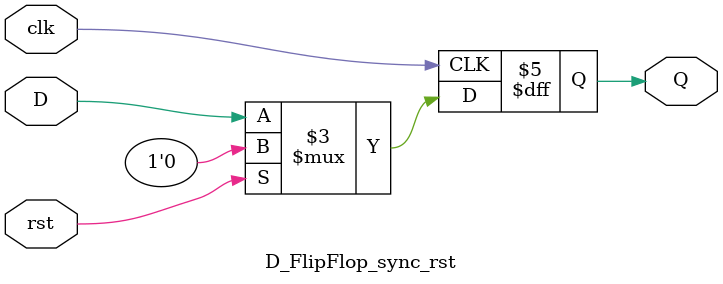
<source format=v>
module D_FlipFlop_sync_rst(
  input clk, rst, D,
  output reg Q
);
  always @(posedge clk) begin
    if (rst) 
      Q <= 1'b0;
    else
      Q <= D;
  end 
endmodule

</source>
